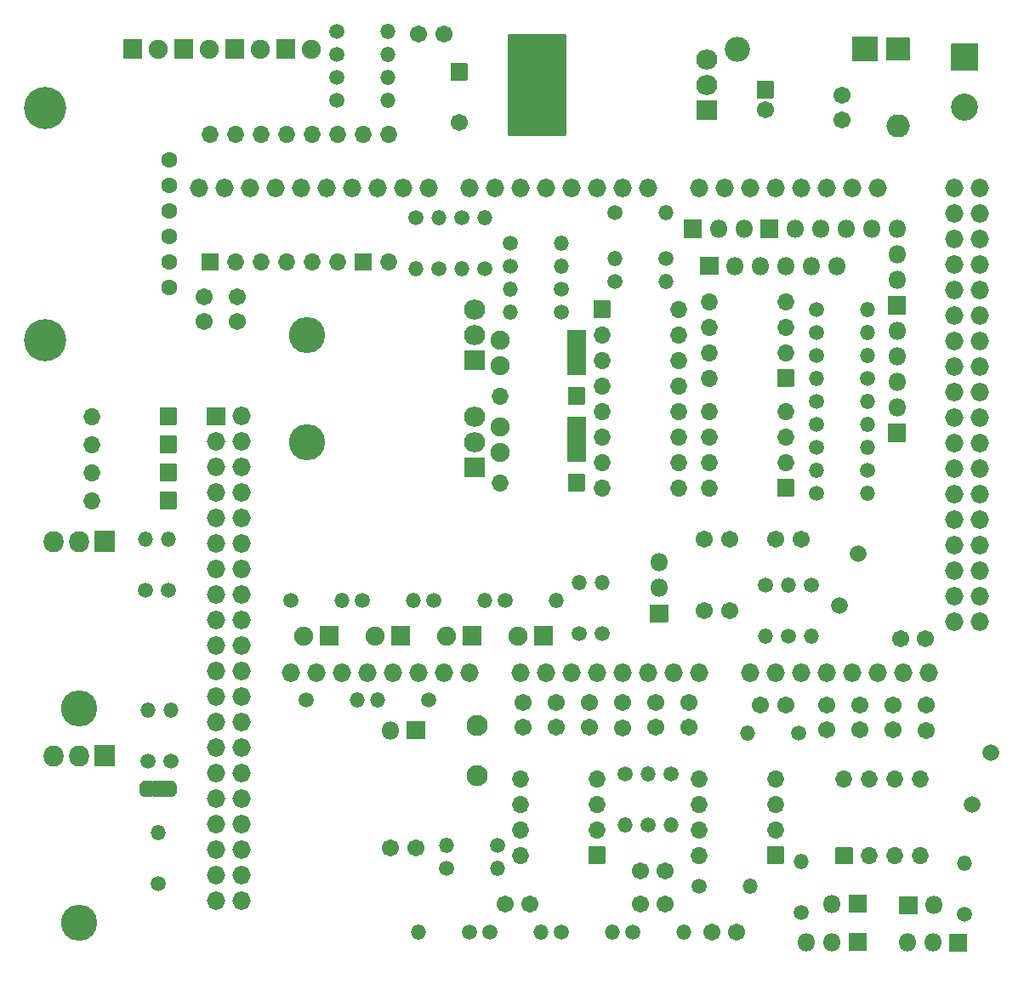
<source format=gts>
G04 #@! TF.GenerationSoftware,KiCad,Pcbnew,(5.1.9-0-10_14)*
G04 #@! TF.CreationDate,2021-05-13T22:30:55+10:00*
G04 #@! TF.ProjectId,v0.4.3d,76302e34-2e33-4642-9e6b-696361645f70,4d*
G04 #@! TF.SameCoordinates,Original*
G04 #@! TF.FileFunction,Soldermask,Top*
G04 #@! TF.FilePolarity,Negative*
%FSLAX46Y46*%
G04 Gerber Fmt 4.6, Leading zero omitted, Abs format (unit mm)*
G04 Created by KiCad (PCBNEW (5.1.9-0-10_14)) date 2021-05-13 22:30:55*
%MOMM*%
%LPD*%
G01*
G04 APERTURE LIST*
%ADD10O,2.007000X2.102000*%
%ADD11O,3.602000X3.602000*%
%ADD12O,1.802000X1.802000*%
%ADD13C,1.602000*%
%ADD14C,4.202000*%
%ADD15O,1.829200X1.829200*%
%ADD16O,1.702000X1.702000*%
%ADD17C,2.702000*%
%ADD18C,0.100000*%
%ADD19C,1.702000*%
%ADD20O,2.302000X2.302000*%
%ADD21O,2.502000X2.502000*%
%ADD22C,1.662000*%
%ADD23O,1.502000X1.502000*%
%ADD24C,1.502000*%
%ADD25C,1.902000*%
%ADD26O,2.102000X2.007000*%
%ADD27C,2.102000*%
%ADD28O,1.902000X1.902000*%
%ADD29C,0.254000*%
G04 APERTURE END LIST*
D10*
X114300000Y-92202000D03*
X116840000Y-92202000D03*
G36*
G01*
X120383500Y-91202000D02*
X120383500Y-93202000D01*
G75*
G02*
X120332500Y-93253000I-51000J0D01*
G01*
X118427500Y-93253000D01*
G75*
G02*
X118376500Y-93202000I0J51000D01*
G01*
X118376500Y-91202000D01*
G75*
G02*
X118427500Y-91151000I51000J0D01*
G01*
X120332500Y-91151000D01*
G75*
G02*
X120383500Y-91202000I0J-51000D01*
G01*
G37*
D11*
X116840000Y-108862000D03*
D12*
X183015000Y-61080000D03*
X180475000Y-61080000D03*
G36*
G01*
X178785000Y-61981000D02*
X177085000Y-61981000D01*
G75*
G02*
X177034000Y-61930000I0J51000D01*
G01*
X177034000Y-60230000D01*
G75*
G02*
X177085000Y-60179000I51000J0D01*
G01*
X178785000Y-60179000D01*
G75*
G02*
X178836000Y-60230000I0J-51000D01*
G01*
X178836000Y-61930000D01*
G75*
G02*
X178785000Y-61981000I-51000J0D01*
G01*
G37*
X192278000Y-64770000D03*
X189738000Y-64770000D03*
X187198000Y-64770000D03*
X184658000Y-64770000D03*
X182118000Y-64770000D03*
G36*
G01*
X180428000Y-65671000D02*
X178728000Y-65671000D01*
G75*
G02*
X178677000Y-65620000I0J51000D01*
G01*
X178677000Y-63920000D01*
G75*
G02*
X178728000Y-63869000I51000J0D01*
G01*
X180428000Y-63869000D01*
G75*
G02*
X180479000Y-63920000I0J-51000D01*
G01*
X180479000Y-65620000D01*
G75*
G02*
X180428000Y-65671000I-51000J0D01*
G01*
G37*
X191814000Y-128270000D03*
G36*
G01*
X193504000Y-127369000D02*
X195204000Y-127369000D01*
G75*
G02*
X195255000Y-127420000I0J-51000D01*
G01*
X195255000Y-129120000D01*
G75*
G02*
X195204000Y-129171000I-51000J0D01*
G01*
X193504000Y-129171000D01*
G75*
G02*
X193453000Y-129120000I0J51000D01*
G01*
X193453000Y-127420000D01*
G75*
G02*
X193504000Y-127369000I51000J0D01*
G01*
G37*
X201930000Y-128432000D03*
G36*
G01*
X200240000Y-129333000D02*
X198540000Y-129333000D01*
G75*
G02*
X198489000Y-129282000I0J51000D01*
G01*
X198489000Y-127582000D01*
G75*
G02*
X198540000Y-127531000I51000J0D01*
G01*
X200240000Y-127531000D01*
G75*
G02*
X200291000Y-127582000I0J-51000D01*
G01*
X200291000Y-129282000D01*
G75*
G02*
X200240000Y-129333000I-51000J0D01*
G01*
G37*
X189274000Y-132080000D03*
X191814000Y-132080000D03*
G36*
G01*
X193504000Y-131179000D02*
X195204000Y-131179000D01*
G75*
G02*
X195255000Y-131230000I0J-51000D01*
G01*
X195255000Y-132930000D01*
G75*
G02*
X195204000Y-132981000I-51000J0D01*
G01*
X193504000Y-132981000D01*
G75*
G02*
X193453000Y-132930000I0J51000D01*
G01*
X193453000Y-131230000D01*
G75*
G02*
X193504000Y-131179000I51000J0D01*
G01*
G37*
X199274000Y-132132000D03*
X201814000Y-132132000D03*
G36*
G01*
X203504000Y-131231000D02*
X205204000Y-131231000D01*
G75*
G02*
X205255000Y-131282000I0J-51000D01*
G01*
X205255000Y-132982000D01*
G75*
G02*
X205204000Y-133033000I-51000J0D01*
G01*
X203504000Y-133033000D01*
G75*
G02*
X203453000Y-132982000I0J51000D01*
G01*
X203453000Y-131282000D01*
G75*
G02*
X203504000Y-131231000I51000J0D01*
G01*
G37*
X174582000Y-94298000D03*
X174582000Y-96838000D03*
G36*
G01*
X175483000Y-98528000D02*
X175483000Y-100228000D01*
G75*
G02*
X175432000Y-100279000I-51000J0D01*
G01*
X173732000Y-100279000D01*
G75*
G02*
X173681000Y-100228000I0J51000D01*
G01*
X173681000Y-98528000D01*
G75*
G02*
X173732000Y-98477000I51000J0D01*
G01*
X175432000Y-98477000D01*
G75*
G02*
X175483000Y-98528000I0J-51000D01*
G01*
G37*
D13*
X125820000Y-66922000D03*
X125820000Y-64382000D03*
X125820000Y-61842000D03*
X125820000Y-59302000D03*
X125820000Y-56762000D03*
X125820000Y-54222000D03*
D14*
X113500000Y-49022000D03*
X113500000Y-72172000D03*
D15*
X160800000Y-105260000D03*
X155720000Y-105260000D03*
X153180000Y-105260000D03*
X150640000Y-105260000D03*
X148100000Y-105260000D03*
X145560000Y-105260000D03*
X143020000Y-105260000D03*
X140480000Y-105260000D03*
X196360000Y-57000000D03*
X193820000Y-57000000D03*
X191280000Y-57000000D03*
X188740000Y-57000000D03*
X186200000Y-57000000D03*
X183660000Y-57000000D03*
X181120000Y-57000000D03*
X178580000Y-57000000D03*
X173500000Y-57000000D03*
X170960000Y-57000000D03*
X168420000Y-57000000D03*
X165880000Y-57000000D03*
X163340000Y-57000000D03*
X160800000Y-57000000D03*
X158260000Y-57000000D03*
X155720000Y-57000000D03*
X136416000Y-57000000D03*
X151656000Y-57000000D03*
X149116000Y-57000000D03*
X146576000Y-57000000D03*
X128796000Y-57000000D03*
X131336000Y-57000000D03*
X133876000Y-57000000D03*
X138956000Y-57000000D03*
X141496000Y-57000000D03*
X144036000Y-57000000D03*
X137940000Y-105260000D03*
X163340000Y-105260000D03*
X165880000Y-105260000D03*
X168420000Y-105260000D03*
X170960000Y-105260000D03*
X173500000Y-105260000D03*
X176040000Y-105260000D03*
X178580000Y-105260000D03*
X183660000Y-105260000D03*
X186200000Y-105260000D03*
X188740000Y-105260000D03*
X191280000Y-105260000D03*
X193820000Y-105260000D03*
X196360000Y-105260000D03*
X198900000Y-105260000D03*
X201440000Y-105260000D03*
X203980000Y-57000000D03*
X206520000Y-57000000D03*
X203980000Y-59540000D03*
X206520000Y-59540000D03*
X203980000Y-62080000D03*
X206520000Y-62080000D03*
X203980000Y-64620000D03*
X206520000Y-64620000D03*
X203980000Y-67160000D03*
X206520000Y-67160000D03*
X203980000Y-69700000D03*
X206520000Y-69700000D03*
X203980000Y-72240000D03*
X206520000Y-72240000D03*
X203980000Y-74780000D03*
X206520000Y-74780000D03*
X203980000Y-77320000D03*
X206520000Y-77320000D03*
X203980000Y-79860000D03*
X206520000Y-79860000D03*
X203980000Y-82400000D03*
X206520000Y-82400000D03*
X203980000Y-84940000D03*
X206520000Y-84940000D03*
X203980000Y-87480000D03*
X206520000Y-87480000D03*
X203980000Y-90020000D03*
X206520000Y-90020000D03*
X203980000Y-92560000D03*
X206520000Y-92560000D03*
X203980000Y-95100000D03*
X206520000Y-95100000D03*
X203980000Y-97640000D03*
X206520000Y-97640000D03*
X203980000Y-100180000D03*
X206520000Y-100180000D03*
G36*
G01*
X129585400Y-80603600D02*
X129585400Y-78876400D01*
G75*
G02*
X129636400Y-78825400I51000J0D01*
G01*
X131363600Y-78825400D01*
G75*
G02*
X131414600Y-78876400I0J-51000D01*
G01*
X131414600Y-80603600D01*
G75*
G02*
X131363600Y-80654600I-51000J0D01*
G01*
X129636400Y-80654600D01*
G75*
G02*
X129585400Y-80603600I0J51000D01*
G01*
G37*
X133040000Y-79740000D03*
X130500000Y-82280000D03*
X133040000Y-82280000D03*
X130500000Y-84820000D03*
X133040000Y-84820000D03*
X130500000Y-87360000D03*
X133040000Y-87360000D03*
X130500000Y-89900000D03*
X133040000Y-89900000D03*
X130500000Y-92440000D03*
X133040000Y-92440000D03*
X130500000Y-94980000D03*
X133040000Y-94980000D03*
X130500000Y-97520000D03*
X133040000Y-97520000D03*
X130500000Y-100060000D03*
X133040000Y-100060000D03*
X130500000Y-102600000D03*
X133040000Y-102600000D03*
X130500000Y-105140000D03*
X133040000Y-105140000D03*
X130500000Y-107680000D03*
X133040000Y-107680000D03*
X130500000Y-110220000D03*
X133040000Y-110220000D03*
X130500000Y-112760000D03*
X133040000Y-112760000D03*
X130500000Y-115300000D03*
X133040000Y-115300000D03*
X130500000Y-117840000D03*
X133040000Y-117840000D03*
X130500000Y-120380000D03*
X133040000Y-120380000D03*
X130500000Y-122920000D03*
X133040000Y-122920000D03*
X130500000Y-125460000D03*
X133040000Y-125460000D03*
X130500000Y-128000000D03*
X133040000Y-128000000D03*
G36*
G01*
X130700000Y-65251000D02*
X129100000Y-65251000D01*
G75*
G02*
X129049000Y-65200000I0J51000D01*
G01*
X129049000Y-63600000D01*
G75*
G02*
X129100000Y-63549000I51000J0D01*
G01*
X130700000Y-63549000D01*
G75*
G02*
X130751000Y-63600000I0J-51000D01*
G01*
X130751000Y-65200000D01*
G75*
G02*
X130700000Y-65251000I-51000J0D01*
G01*
G37*
D16*
X147680000Y-51700000D03*
X132440000Y-64400000D03*
X145140000Y-51700000D03*
X134980000Y-64400000D03*
X142600000Y-51700000D03*
X137520000Y-64400000D03*
X140060000Y-51700000D03*
X140060000Y-64400000D03*
X137520000Y-51700000D03*
X142600000Y-64400000D03*
X134980000Y-51700000D03*
G36*
G01*
X145940000Y-65251000D02*
X144340000Y-65251000D01*
G75*
G02*
X144289000Y-65200000I0J51000D01*
G01*
X144289000Y-63600000D01*
G75*
G02*
X144340000Y-63549000I51000J0D01*
G01*
X145940000Y-63549000D01*
G75*
G02*
X145991000Y-63600000I0J-51000D01*
G01*
X145991000Y-65200000D01*
G75*
G02*
X145940000Y-65251000I-51000J0D01*
G01*
G37*
X132440000Y-51700000D03*
X147680000Y-64400000D03*
X129900000Y-51700000D03*
G36*
G01*
X193800000Y-124351000D02*
X192200000Y-124351000D01*
G75*
G02*
X192149000Y-124300000I0J51000D01*
G01*
X192149000Y-122700000D01*
G75*
G02*
X192200000Y-122649000I51000J0D01*
G01*
X193800000Y-122649000D01*
G75*
G02*
X193851000Y-122700000I0J-51000D01*
G01*
X193851000Y-124300000D01*
G75*
G02*
X193800000Y-124351000I-51000J0D01*
G01*
G37*
X200620000Y-115880000D03*
X195540000Y-123500000D03*
X198080000Y-115880000D03*
X198080000Y-123500000D03*
X195540000Y-115880000D03*
X200620000Y-123500000D03*
X193000000Y-115880000D03*
D17*
X205000000Y-49000000D03*
G36*
G01*
X206300000Y-45351000D02*
X203700000Y-45351000D01*
G75*
G02*
X203649000Y-45300000I0J51000D01*
G01*
X203649000Y-42700000D01*
G75*
G02*
X203700000Y-42649000I51000J0D01*
G01*
X206300000Y-42649000D01*
G75*
G02*
X206351000Y-42700000I0J-51000D01*
G01*
X206351000Y-45300000D01*
G75*
G02*
X206300000Y-45351000I-51000J0D01*
G01*
G37*
G36*
G01*
X199156000Y-67850000D02*
X199156000Y-69550000D01*
G75*
G02*
X199105000Y-69601000I-51000J0D01*
G01*
X197405000Y-69601000D01*
G75*
G02*
X197354000Y-69550000I0J51000D01*
G01*
X197354000Y-67850000D01*
G75*
G02*
X197405000Y-67799000I51000J0D01*
G01*
X199105000Y-67799000D01*
G75*
G02*
X199156000Y-67850000I0J-51000D01*
G01*
G37*
D12*
X198255000Y-66160000D03*
X198255000Y-63620000D03*
X198255000Y-61080000D03*
G36*
G01*
X199156000Y-80550000D02*
X199156000Y-82250000D01*
G75*
G02*
X199105000Y-82301000I-51000J0D01*
G01*
X197405000Y-82301000D01*
G75*
G02*
X197354000Y-82250000I0J51000D01*
G01*
X197354000Y-80550000D01*
G75*
G02*
X197405000Y-80499000I51000J0D01*
G01*
X199105000Y-80499000D01*
G75*
G02*
X199156000Y-80550000I0J-51000D01*
G01*
G37*
X198255000Y-78860000D03*
X198255000Y-76320000D03*
X198255000Y-73780000D03*
X198255000Y-71240000D03*
X195715000Y-61080000D03*
X193175000Y-61080000D03*
X190635000Y-61080000D03*
X188095000Y-61080000D03*
G36*
G01*
X186405000Y-61981000D02*
X184705000Y-61981000D01*
G75*
G02*
X184654000Y-61930000I0J51000D01*
G01*
X184654000Y-60230000D01*
G75*
G02*
X184705000Y-60179000I51000J0D01*
G01*
X186405000Y-60179000D01*
G75*
G02*
X186456000Y-60230000I0J-51000D01*
G01*
X186456000Y-61930000D01*
G75*
G02*
X186405000Y-61981000I-51000J0D01*
G01*
G37*
D18*
G36*
X123407888Y-117640398D02*
G01*
X123389466Y-117640398D01*
X123384467Y-117640152D01*
X123335636Y-117635342D01*
X123330686Y-117634608D01*
X123282561Y-117625036D01*
X123277705Y-117623820D01*
X123230750Y-117609576D01*
X123226039Y-117607890D01*
X123180706Y-117589113D01*
X123176180Y-117586973D01*
X123132907Y-117563842D01*
X123128616Y-117561269D01*
X123087817Y-117534009D01*
X123083796Y-117531027D01*
X123045867Y-117499899D01*
X123042159Y-117496538D01*
X123007462Y-117461841D01*
X123004101Y-117458133D01*
X122972973Y-117420204D01*
X122969991Y-117416183D01*
X122942731Y-117375384D01*
X122940158Y-117371093D01*
X122917027Y-117327820D01*
X122914887Y-117323294D01*
X122896110Y-117277961D01*
X122894424Y-117273250D01*
X122880180Y-117226295D01*
X122878964Y-117221439D01*
X122869392Y-117173314D01*
X122868658Y-117168364D01*
X122863848Y-117119533D01*
X122863602Y-117114534D01*
X122863602Y-117096112D01*
X122863000Y-117090000D01*
X122863000Y-116590000D01*
X122863602Y-116583888D01*
X122863602Y-116565466D01*
X122863848Y-116560467D01*
X122868658Y-116511636D01*
X122869392Y-116506686D01*
X122878964Y-116458561D01*
X122880180Y-116453705D01*
X122894424Y-116406750D01*
X122896110Y-116402039D01*
X122914887Y-116356706D01*
X122917027Y-116352180D01*
X122940158Y-116308907D01*
X122942731Y-116304616D01*
X122969991Y-116263817D01*
X122972973Y-116259796D01*
X123004101Y-116221867D01*
X123007462Y-116218159D01*
X123042159Y-116183462D01*
X123045867Y-116180101D01*
X123083796Y-116148973D01*
X123087817Y-116145991D01*
X123128616Y-116118731D01*
X123132907Y-116116158D01*
X123176180Y-116093027D01*
X123180706Y-116090887D01*
X123226039Y-116072110D01*
X123230750Y-116070424D01*
X123277705Y-116056180D01*
X123282561Y-116054964D01*
X123330686Y-116045392D01*
X123335636Y-116044658D01*
X123384467Y-116039848D01*
X123389466Y-116039602D01*
X123407888Y-116039602D01*
X123414000Y-116039000D01*
X123964000Y-116039000D01*
X123973950Y-116039980D01*
X123983517Y-116042882D01*
X123992334Y-116047595D01*
X124000062Y-116053938D01*
X124006405Y-116061666D01*
X124011118Y-116070483D01*
X124014020Y-116080050D01*
X124015000Y-116090000D01*
X124015000Y-117590000D01*
X124014020Y-117599950D01*
X124011118Y-117609517D01*
X124006405Y-117618334D01*
X124000062Y-117626062D01*
X123992334Y-117632405D01*
X123983517Y-117637118D01*
X123973950Y-117640020D01*
X123964000Y-117641000D01*
X123414000Y-117641000D01*
X123407888Y-117640398D01*
G37*
G36*
G01*
X125265000Y-116090000D02*
X125265000Y-117590000D01*
G75*
G02*
X125214000Y-117641000I-51000J0D01*
G01*
X124214000Y-117641000D01*
G75*
G02*
X124163000Y-117590000I0J51000D01*
G01*
X124163000Y-116090000D01*
G75*
G02*
X124214000Y-116039000I51000J0D01*
G01*
X125214000Y-116039000D01*
G75*
G02*
X125265000Y-116090000I0J-51000D01*
G01*
G37*
G36*
X125454050Y-117640020D02*
G01*
X125444483Y-117637118D01*
X125435666Y-117632405D01*
X125427938Y-117626062D01*
X125421595Y-117618334D01*
X125416882Y-117609517D01*
X125413980Y-117599950D01*
X125413000Y-117590000D01*
X125413000Y-116090000D01*
X125413980Y-116080050D01*
X125416882Y-116070483D01*
X125421595Y-116061666D01*
X125427938Y-116053938D01*
X125435666Y-116047595D01*
X125444483Y-116042882D01*
X125454050Y-116039980D01*
X125464000Y-116039000D01*
X126014000Y-116039000D01*
X126020112Y-116039602D01*
X126038534Y-116039602D01*
X126043533Y-116039848D01*
X126092364Y-116044658D01*
X126097314Y-116045392D01*
X126145439Y-116054964D01*
X126150295Y-116056180D01*
X126197250Y-116070424D01*
X126201961Y-116072110D01*
X126247294Y-116090887D01*
X126251820Y-116093027D01*
X126295093Y-116116158D01*
X126299384Y-116118731D01*
X126340183Y-116145991D01*
X126344204Y-116148973D01*
X126382133Y-116180101D01*
X126385841Y-116183462D01*
X126420538Y-116218159D01*
X126423899Y-116221867D01*
X126455027Y-116259796D01*
X126458009Y-116263817D01*
X126485269Y-116304616D01*
X126487842Y-116308907D01*
X126510973Y-116352180D01*
X126513113Y-116356706D01*
X126531890Y-116402039D01*
X126533576Y-116406750D01*
X126547820Y-116453705D01*
X126549036Y-116458561D01*
X126558608Y-116506686D01*
X126559342Y-116511636D01*
X126564152Y-116560467D01*
X126564398Y-116565466D01*
X126564398Y-116583888D01*
X126565000Y-116590000D01*
X126565000Y-117090000D01*
X126564398Y-117096112D01*
X126564398Y-117114534D01*
X126564152Y-117119533D01*
X126559342Y-117168364D01*
X126558608Y-117173314D01*
X126549036Y-117221439D01*
X126547820Y-117226295D01*
X126533576Y-117273250D01*
X126531890Y-117277961D01*
X126513113Y-117323294D01*
X126510973Y-117327820D01*
X126487842Y-117371093D01*
X126485269Y-117375384D01*
X126458009Y-117416183D01*
X126455027Y-117420204D01*
X126423899Y-117458133D01*
X126420538Y-117461841D01*
X126385841Y-117496538D01*
X126382133Y-117499899D01*
X126344204Y-117531027D01*
X126340183Y-117534009D01*
X126299384Y-117561269D01*
X126295093Y-117563842D01*
X126251820Y-117586973D01*
X126247294Y-117589113D01*
X126201961Y-117607890D01*
X126197250Y-117609576D01*
X126150295Y-117623820D01*
X126145439Y-117625036D01*
X126097314Y-117634608D01*
X126092364Y-117635342D01*
X126043533Y-117640152D01*
X126038534Y-117640398D01*
X126020112Y-117640398D01*
X126014000Y-117641000D01*
X125464000Y-117641000D01*
X125454050Y-117640020D01*
G37*
G36*
G01*
X153886000Y-44615000D02*
X155486000Y-44615000D01*
G75*
G02*
X155537000Y-44666000I0J-51000D01*
G01*
X155537000Y-46266000D01*
G75*
G02*
X155486000Y-46317000I-51000J0D01*
G01*
X153886000Y-46317000D01*
G75*
G02*
X153835000Y-46266000I0J51000D01*
G01*
X153835000Y-44666000D01*
G75*
G02*
X153886000Y-44615000I51000J0D01*
G01*
G37*
D19*
X154686000Y-50466000D03*
G36*
G01*
X126581000Y-78956000D02*
X126581000Y-80556000D01*
G75*
G02*
X126530000Y-80607000I-51000J0D01*
G01*
X124930000Y-80607000D01*
G75*
G02*
X124879000Y-80556000I0J51000D01*
G01*
X124879000Y-78956000D01*
G75*
G02*
X124930000Y-78905000I51000J0D01*
G01*
X126530000Y-78905000D01*
G75*
G02*
X126581000Y-78956000I0J-51000D01*
G01*
G37*
D16*
X118110000Y-79756000D03*
X118110000Y-88138000D03*
G36*
G01*
X126581000Y-87338000D02*
X126581000Y-88938000D01*
G75*
G02*
X126530000Y-88989000I-51000J0D01*
G01*
X124930000Y-88989000D01*
G75*
G02*
X124879000Y-88938000I0J51000D01*
G01*
X124879000Y-87338000D01*
G75*
G02*
X124930000Y-87287000I51000J0D01*
G01*
X126530000Y-87287000D01*
G75*
G02*
X126581000Y-87338000I0J-51000D01*
G01*
G37*
X118110000Y-82550000D03*
G36*
G01*
X126581000Y-81750000D02*
X126581000Y-83350000D01*
G75*
G02*
X126530000Y-83401000I-51000J0D01*
G01*
X124930000Y-83401000D01*
G75*
G02*
X124879000Y-83350000I0J51000D01*
G01*
X124879000Y-81750000D01*
G75*
G02*
X124930000Y-81699000I51000J0D01*
G01*
X126530000Y-81699000D01*
G75*
G02*
X126581000Y-81750000I0J-51000D01*
G01*
G37*
G36*
G01*
X126581000Y-84544000D02*
X126581000Y-86144000D01*
G75*
G02*
X126530000Y-86195000I-51000J0D01*
G01*
X124930000Y-86195000D01*
G75*
G02*
X124879000Y-86144000I0J51000D01*
G01*
X124879000Y-84544000D01*
G75*
G02*
X124930000Y-84493000I51000J0D01*
G01*
X126530000Y-84493000D01*
G75*
G02*
X126581000Y-84544000I0J-51000D01*
G01*
G37*
X118110000Y-85344000D03*
G36*
G01*
X197274000Y-42029000D02*
X199474000Y-42029000D01*
G75*
G02*
X199525000Y-42080000I0J-51000D01*
G01*
X199525000Y-44280000D01*
G75*
G02*
X199474000Y-44331000I-51000J0D01*
G01*
X197274000Y-44331000D01*
G75*
G02*
X197223000Y-44280000I0J51000D01*
G01*
X197223000Y-42080000D01*
G75*
G02*
X197274000Y-42029000I51000J0D01*
G01*
G37*
D20*
X198374000Y-50800000D03*
G36*
G01*
X196323000Y-41980000D02*
X196323000Y-44380000D01*
G75*
G02*
X196272000Y-44431000I-51000J0D01*
G01*
X193872000Y-44431000D01*
G75*
G02*
X193821000Y-44380000I0J51000D01*
G01*
X193821000Y-41980000D01*
G75*
G02*
X193872000Y-41929000I51000J0D01*
G01*
X196272000Y-41929000D01*
G75*
G02*
X196323000Y-41980000I0J-51000D01*
G01*
G37*
D21*
X182372000Y-43180000D03*
D22*
X207640000Y-113264000D03*
X205740000Y-118364000D03*
X192532000Y-98552000D03*
X194432000Y-93452000D03*
D23*
X154940000Y-65024000D03*
D24*
X154940000Y-59944000D03*
X123698000Y-114046000D03*
D23*
X123698000Y-108966000D03*
X190246000Y-85090000D03*
D24*
X195326000Y-85090000D03*
X190246000Y-80518000D03*
D23*
X195326000Y-80518000D03*
D24*
X157226000Y-65024000D03*
D23*
X157226000Y-59944000D03*
D24*
X125984000Y-114046000D03*
D23*
X125984000Y-108966000D03*
X195326000Y-87376000D03*
D24*
X190246000Y-87376000D03*
X190246000Y-82804000D03*
D23*
X195326000Y-82804000D03*
X147574000Y-41402000D03*
D24*
X142494000Y-41402000D03*
D23*
X147574000Y-45974000D03*
D24*
X142494000Y-45974000D03*
X152146000Y-98044000D03*
D23*
X157226000Y-98044000D03*
D24*
X159258000Y-98044000D03*
D23*
X164338000Y-98044000D03*
D24*
X170180000Y-66294000D03*
D23*
X175260000Y-66294000D03*
D24*
X175260000Y-64008000D03*
D23*
X170180000Y-64008000D03*
X150368000Y-65024000D03*
D24*
X150368000Y-59944000D03*
X125730000Y-97028000D03*
D23*
X125730000Y-91948000D03*
X152654000Y-59944000D03*
D24*
X152654000Y-65024000D03*
X123444000Y-97028000D03*
D23*
X123444000Y-91948000D03*
X190246000Y-75946000D03*
D24*
X195326000Y-75946000D03*
X190246000Y-73660000D03*
D23*
X195326000Y-73660000D03*
X195326000Y-78232000D03*
D24*
X190246000Y-78232000D03*
X190246000Y-71374000D03*
D23*
X195326000Y-71374000D03*
X147574000Y-43688000D03*
D24*
X142494000Y-43688000D03*
D23*
X147574000Y-48260000D03*
D24*
X142494000Y-48260000D03*
X137922000Y-98044000D03*
D23*
X143002000Y-98044000D03*
D24*
X145034000Y-98044000D03*
D23*
X150114000Y-98044000D03*
D24*
X166624000Y-101346000D03*
D23*
X166624000Y-96266000D03*
X173482000Y-115316000D03*
D24*
X173482000Y-120396000D03*
D23*
X168910000Y-96266000D03*
D24*
X168910000Y-101346000D03*
X188468000Y-111252000D03*
D23*
X183388000Y-111252000D03*
X175768000Y-120396000D03*
D24*
X175768000Y-115316000D03*
D23*
X177038000Y-131064000D03*
D24*
X171958000Y-131064000D03*
X171196000Y-115316000D03*
D23*
X171196000Y-120396000D03*
X162814000Y-131064000D03*
D24*
X157734000Y-131064000D03*
X153416000Y-124714000D03*
D23*
X158496000Y-124714000D03*
D24*
X178562000Y-126492000D03*
D23*
X183642000Y-126492000D03*
X169926000Y-131064000D03*
D24*
X164846000Y-131064000D03*
D23*
X150622000Y-131064000D03*
D24*
X155702000Y-131064000D03*
X158496000Y-122428000D03*
D23*
X153416000Y-122428000D03*
X204978000Y-124206000D03*
D24*
X204978000Y-129286000D03*
D23*
X188722000Y-124106000D03*
D24*
X188722000Y-129186000D03*
X139446000Y-107950000D03*
D23*
X144526000Y-107950000D03*
D24*
X151638000Y-107950000D03*
D23*
X146558000Y-107950000D03*
X195326000Y-69088000D03*
D24*
X190246000Y-69088000D03*
D23*
X175260000Y-59436000D03*
D24*
X170180000Y-59436000D03*
X185166000Y-96520000D03*
D23*
X185166000Y-101600000D03*
D24*
X124714000Y-126238000D03*
D23*
X124714000Y-121158000D03*
X189738000Y-101600000D03*
D24*
X189738000Y-96520000D03*
D23*
X187470000Y-96520000D03*
D24*
X187470000Y-101600000D03*
D16*
X160782000Y-123444000D03*
X168402000Y-115824000D03*
X160782000Y-120904000D03*
X168402000Y-118364000D03*
X160782000Y-118364000D03*
X168402000Y-120904000D03*
X160782000Y-115824000D03*
G36*
G01*
X169253000Y-122644000D02*
X169253000Y-124244000D01*
G75*
G02*
X169202000Y-124295000I-51000J0D01*
G01*
X167602000Y-124295000D01*
G75*
G02*
X167551000Y-124244000I0J51000D01*
G01*
X167551000Y-122644000D01*
G75*
G02*
X167602000Y-122593000I51000J0D01*
G01*
X169202000Y-122593000D01*
G75*
G02*
X169253000Y-122644000I0J-51000D01*
G01*
G37*
G36*
G01*
X188049000Y-86068000D02*
X188049000Y-87668000D01*
G75*
G02*
X187998000Y-87719000I-51000J0D01*
G01*
X186398000Y-87719000D01*
G75*
G02*
X186347000Y-87668000I0J51000D01*
G01*
X186347000Y-86068000D01*
G75*
G02*
X186398000Y-86017000I51000J0D01*
G01*
X187998000Y-86017000D01*
G75*
G02*
X188049000Y-86068000I0J-51000D01*
G01*
G37*
X179578000Y-79248000D03*
X187198000Y-84328000D03*
X179578000Y-81788000D03*
X187198000Y-81788000D03*
X179578000Y-84328000D03*
X187198000Y-79248000D03*
X179578000Y-86868000D03*
G36*
G01*
X187033000Y-122644000D02*
X187033000Y-124244000D01*
G75*
G02*
X186982000Y-124295000I-51000J0D01*
G01*
X185382000Y-124295000D01*
G75*
G02*
X185331000Y-124244000I0J51000D01*
G01*
X185331000Y-122644000D01*
G75*
G02*
X185382000Y-122593000I51000J0D01*
G01*
X186982000Y-122593000D01*
G75*
G02*
X187033000Y-122644000I0J-51000D01*
G01*
G37*
X178562000Y-115824000D03*
X186182000Y-120904000D03*
X178562000Y-118364000D03*
X186182000Y-118364000D03*
X178562000Y-120904000D03*
X186182000Y-115824000D03*
X178562000Y-123444000D03*
X179578000Y-75946000D03*
X187198000Y-68326000D03*
X179578000Y-73406000D03*
X187198000Y-70866000D03*
X179578000Y-70866000D03*
X187198000Y-73406000D03*
X179578000Y-68326000D03*
G36*
G01*
X188049000Y-75146000D02*
X188049000Y-76746000D01*
G75*
G02*
X187998000Y-76797000I-51000J0D01*
G01*
X186398000Y-76797000D01*
G75*
G02*
X186347000Y-76746000I0J51000D01*
G01*
X186347000Y-75146000D01*
G75*
G02*
X186398000Y-75095000I51000J0D01*
G01*
X187998000Y-75095000D01*
G75*
G02*
X188049000Y-75146000I0J-51000D01*
G01*
G37*
G36*
G01*
X168059000Y-69888000D02*
X168059000Y-68288000D01*
G75*
G02*
X168110000Y-68237000I51000J0D01*
G01*
X169710000Y-68237000D01*
G75*
G02*
X169761000Y-68288000I0J-51000D01*
G01*
X169761000Y-69888000D01*
G75*
G02*
X169710000Y-69939000I-51000J0D01*
G01*
X168110000Y-69939000D01*
G75*
G02*
X168059000Y-69888000I0J51000D01*
G01*
G37*
X176530000Y-86868000D03*
X168910000Y-71628000D03*
X176530000Y-84328000D03*
X168910000Y-74168000D03*
X176530000Y-81788000D03*
X168910000Y-76708000D03*
X176530000Y-79248000D03*
X168910000Y-79248000D03*
X176530000Y-76708000D03*
X168910000Y-81788000D03*
X176530000Y-74168000D03*
X168910000Y-84328000D03*
X176530000Y-71628000D03*
X168910000Y-86868000D03*
X176530000Y-69088000D03*
G36*
G01*
X126303000Y-44080000D02*
X126303000Y-42280000D01*
G75*
G02*
X126354000Y-42229000I51000J0D01*
G01*
X128154000Y-42229000D01*
G75*
G02*
X128205000Y-42280000I0J-51000D01*
G01*
X128205000Y-44080000D01*
G75*
G02*
X128154000Y-44131000I-51000J0D01*
G01*
X126354000Y-44131000D01*
G75*
G02*
X126303000Y-44080000I0J51000D01*
G01*
G37*
D25*
X129794000Y-43180000D03*
G36*
G01*
X156907000Y-100700000D02*
X156907000Y-102500000D01*
G75*
G02*
X156856000Y-102551000I-51000J0D01*
G01*
X155056000Y-102551000D01*
G75*
G02*
X155005000Y-102500000I0J51000D01*
G01*
X155005000Y-100700000D01*
G75*
G02*
X155056000Y-100649000I51000J0D01*
G01*
X156856000Y-100649000D01*
G75*
G02*
X156907000Y-100700000I0J-51000D01*
G01*
G37*
X153416000Y-101600000D03*
X160528000Y-101600000D03*
G36*
G01*
X164019000Y-100700000D02*
X164019000Y-102500000D01*
G75*
G02*
X163968000Y-102551000I-51000J0D01*
G01*
X162168000Y-102551000D01*
G75*
G02*
X162117000Y-102500000I0J51000D01*
G01*
X162117000Y-100700000D01*
G75*
G02*
X162168000Y-100649000I51000J0D01*
G01*
X163968000Y-100649000D01*
G75*
G02*
X164019000Y-100700000I0J-51000D01*
G01*
G37*
X124714000Y-43180000D03*
G36*
G01*
X121223000Y-44080000D02*
X121223000Y-42280000D01*
G75*
G02*
X121274000Y-42229000I51000J0D01*
G01*
X123074000Y-42229000D01*
G75*
G02*
X123125000Y-42280000I0J-51000D01*
G01*
X123125000Y-44080000D01*
G75*
G02*
X123074000Y-44131000I-51000J0D01*
G01*
X121274000Y-44131000D01*
G75*
G02*
X121223000Y-44080000I0J51000D01*
G01*
G37*
G36*
G01*
X136463000Y-44080000D02*
X136463000Y-42280000D01*
G75*
G02*
X136514000Y-42229000I51000J0D01*
G01*
X138314000Y-42229000D01*
G75*
G02*
X138365000Y-42280000I0J-51000D01*
G01*
X138365000Y-44080000D01*
G75*
G02*
X138314000Y-44131000I-51000J0D01*
G01*
X136514000Y-44131000D01*
G75*
G02*
X136463000Y-44080000I0J51000D01*
G01*
G37*
X139954000Y-43180000D03*
G36*
G01*
X131383000Y-44080000D02*
X131383000Y-42280000D01*
G75*
G02*
X131434000Y-42229000I51000J0D01*
G01*
X133234000Y-42229000D01*
G75*
G02*
X133285000Y-42280000I0J-51000D01*
G01*
X133285000Y-44080000D01*
G75*
G02*
X133234000Y-44131000I-51000J0D01*
G01*
X131434000Y-44131000D01*
G75*
G02*
X131383000Y-44080000I0J51000D01*
G01*
G37*
X134874000Y-43180000D03*
X139192000Y-101600000D03*
G36*
G01*
X142683000Y-100700000D02*
X142683000Y-102500000D01*
G75*
G02*
X142632000Y-102551000I-51000J0D01*
G01*
X140832000Y-102551000D01*
G75*
G02*
X140781000Y-102500000I0J51000D01*
G01*
X140781000Y-100700000D01*
G75*
G02*
X140832000Y-100649000I51000J0D01*
G01*
X142632000Y-100649000D01*
G75*
G02*
X142683000Y-100700000I0J-51000D01*
G01*
G37*
G36*
G01*
X149795000Y-100700000D02*
X149795000Y-102500000D01*
G75*
G02*
X149744000Y-102551000I-51000J0D01*
G01*
X147944000Y-102551000D01*
G75*
G02*
X147893000Y-102500000I0J51000D01*
G01*
X147893000Y-100700000D01*
G75*
G02*
X147944000Y-100649000I51000J0D01*
G01*
X149744000Y-100649000D01*
G75*
G02*
X149795000Y-100700000I0J-51000D01*
G01*
G37*
X146304000Y-101600000D03*
D11*
X116840000Y-130198000D03*
G36*
G01*
X120383500Y-112538000D02*
X120383500Y-114538000D01*
G75*
G02*
X120332500Y-114589000I-51000J0D01*
G01*
X118427500Y-114589000D01*
G75*
G02*
X118376500Y-114538000I0J51000D01*
G01*
X118376500Y-112538000D01*
G75*
G02*
X118427500Y-112487000I51000J0D01*
G01*
X120332500Y-112487000D01*
G75*
G02*
X120383500Y-112538000I0J-51000D01*
G01*
G37*
D10*
X116840000Y-113538000D03*
X114300000Y-113538000D03*
D11*
X139550000Y-71628000D03*
G36*
G01*
X157210000Y-75171500D02*
X155210000Y-75171500D01*
G75*
G02*
X155159000Y-75120500I0J51000D01*
G01*
X155159000Y-73215500D01*
G75*
G02*
X155210000Y-73164500I51000J0D01*
G01*
X157210000Y-73164500D01*
G75*
G02*
X157261000Y-73215500I0J-51000D01*
G01*
X157261000Y-75120500D01*
G75*
G02*
X157210000Y-75171500I-51000J0D01*
G01*
G37*
D26*
X156210000Y-71628000D03*
X156210000Y-69088000D03*
X156210000Y-79756000D03*
X156210000Y-82296000D03*
G36*
G01*
X157210000Y-85839500D02*
X155210000Y-85839500D01*
G75*
G02*
X155159000Y-85788500I0J51000D01*
G01*
X155159000Y-83883500D01*
G75*
G02*
X155210000Y-83832500I51000J0D01*
G01*
X157210000Y-83832500D01*
G75*
G02*
X157261000Y-83883500I0J-51000D01*
G01*
X157261000Y-85788500D01*
G75*
G02*
X157210000Y-85839500I-51000J0D01*
G01*
G37*
D11*
X139550000Y-82296000D03*
D23*
X164846000Y-62484000D03*
D24*
X159766000Y-62484000D03*
D19*
X132588000Y-70318000D03*
X132588000Y-67818000D03*
X129286000Y-67818000D03*
X129286000Y-70318000D03*
X187198000Y-108458000D03*
X184698000Y-108458000D03*
X172720000Y-124968000D03*
X175220000Y-124968000D03*
X182332000Y-131064000D03*
X179832000Y-131064000D03*
X191262000Y-110958000D03*
X191262000Y-108458000D03*
X174244000Y-110704000D03*
X174244000Y-108204000D03*
X170942000Y-110744000D03*
X170942000Y-108244000D03*
X172720000Y-128270000D03*
X175220000Y-128270000D03*
X159258000Y-128270000D03*
X161758000Y-128270000D03*
X150368000Y-122682000D03*
X147868000Y-122682000D03*
X167640000Y-108204000D03*
X167640000Y-110704000D03*
X161036000Y-110704000D03*
X161036000Y-108204000D03*
X164338000Y-110704000D03*
X164338000Y-108204000D03*
X197866000Y-108458000D03*
X197866000Y-110958000D03*
X201168000Y-108498000D03*
X201168000Y-110998000D03*
X192786000Y-50252000D03*
X192786000Y-47752000D03*
X153162000Y-41656000D03*
X150662000Y-41656000D03*
X194564000Y-110958000D03*
X194564000Y-108458000D03*
X201128000Y-101854000D03*
X198628000Y-101854000D03*
X179110000Y-91948000D03*
X181610000Y-91948000D03*
X188722000Y-91948000D03*
X186222000Y-91948000D03*
X179110000Y-99060000D03*
X181610000Y-99060000D03*
X177546000Y-108204000D03*
X177546000Y-110704000D03*
G36*
G01*
X149518000Y-110097000D02*
X151218000Y-110097000D01*
G75*
G02*
X151269000Y-110148000I0J-51000D01*
G01*
X151269000Y-111848000D01*
G75*
G02*
X151218000Y-111899000I-51000J0D01*
G01*
X149518000Y-111899000D01*
G75*
G02*
X149467000Y-111848000I0J51000D01*
G01*
X149467000Y-110148000D01*
G75*
G02*
X149518000Y-110097000I51000J0D01*
G01*
G37*
D12*
X147828000Y-110998000D03*
D27*
X156464000Y-110490000D03*
X156464000Y-115490000D03*
D11*
X162664000Y-46736000D03*
G36*
G01*
X180324000Y-50279500D02*
X178324000Y-50279500D01*
G75*
G02*
X178273000Y-50228500I0J51000D01*
G01*
X178273000Y-48323500D01*
G75*
G02*
X178324000Y-48272500I51000J0D01*
G01*
X180324000Y-48272500D01*
G75*
G02*
X180375000Y-48323500I0J-51000D01*
G01*
X180375000Y-50228500D01*
G75*
G02*
X180324000Y-50279500I-51000J0D01*
G01*
G37*
D26*
X179324000Y-46736000D03*
X179324000Y-44196000D03*
G36*
G01*
X184366000Y-46393000D02*
X185966000Y-46393000D01*
G75*
G02*
X186017000Y-46444000I0J-51000D01*
G01*
X186017000Y-48044000D01*
G75*
G02*
X185966000Y-48095000I-51000J0D01*
G01*
X184366000Y-48095000D01*
G75*
G02*
X184315000Y-48044000I0J51000D01*
G01*
X184315000Y-46444000D01*
G75*
G02*
X184366000Y-46393000I51000J0D01*
G01*
G37*
D19*
X185166000Y-49244000D03*
D16*
X158750000Y-77724000D03*
G36*
G01*
X167221000Y-76924000D02*
X167221000Y-78524000D01*
G75*
G02*
X167170000Y-78575000I-51000J0D01*
G01*
X165570000Y-78575000D01*
G75*
G02*
X165519000Y-78524000I0J51000D01*
G01*
X165519000Y-76924000D01*
G75*
G02*
X165570000Y-76873000I51000J0D01*
G01*
X167170000Y-76873000D01*
G75*
G02*
X167221000Y-76924000I0J-51000D01*
G01*
G37*
G36*
G01*
X167221000Y-85560000D02*
X167221000Y-87160000D01*
G75*
G02*
X167170000Y-87211000I-51000J0D01*
G01*
X165570000Y-87211000D01*
G75*
G02*
X165519000Y-87160000I0J51000D01*
G01*
X165519000Y-85560000D01*
G75*
G02*
X165570000Y-85509000I51000J0D01*
G01*
X167170000Y-85509000D01*
G75*
G02*
X167221000Y-85560000I0J-51000D01*
G01*
G37*
X158750000Y-86360000D03*
D23*
X164846000Y-64770000D03*
D24*
X159766000Y-64770000D03*
X164846000Y-67056000D03*
D23*
X159766000Y-67056000D03*
D24*
X164846000Y-69342000D03*
D23*
X159766000Y-69342000D03*
G36*
G01*
X167321000Y-73776000D02*
X167321000Y-75576000D01*
G75*
G02*
X167270000Y-75627000I-51000J0D01*
G01*
X165470000Y-75627000D01*
G75*
G02*
X165419000Y-75576000I0J51000D01*
G01*
X165419000Y-73776000D01*
G75*
G02*
X165470000Y-73725000I51000J0D01*
G01*
X167270000Y-73725000D01*
G75*
G02*
X167321000Y-73776000I0J-51000D01*
G01*
G37*
D28*
X158750000Y-72136000D03*
G36*
G01*
X167321000Y-71236000D02*
X167321000Y-74036000D01*
G75*
G02*
X167270000Y-74087000I-51000J0D01*
G01*
X165470000Y-74087000D01*
G75*
G02*
X165419000Y-74036000I0J51000D01*
G01*
X165419000Y-71236000D01*
G75*
G02*
X165470000Y-71185000I51000J0D01*
G01*
X167270000Y-71185000D01*
G75*
G02*
X167321000Y-71236000I0J-51000D01*
G01*
G37*
X158750000Y-74676000D03*
G36*
G01*
X167321000Y-82412000D02*
X167321000Y-84212000D01*
G75*
G02*
X167270000Y-84263000I-51000J0D01*
G01*
X165470000Y-84263000D01*
G75*
G02*
X165419000Y-84212000I0J51000D01*
G01*
X165419000Y-82412000D01*
G75*
G02*
X165470000Y-82361000I51000J0D01*
G01*
X167270000Y-82361000D01*
G75*
G02*
X167321000Y-82412000I0J-51000D01*
G01*
G37*
X158750000Y-80772000D03*
G36*
G01*
X167321000Y-79872000D02*
X167321000Y-82672000D01*
G75*
G02*
X167270000Y-82723000I-51000J0D01*
G01*
X165470000Y-82723000D01*
G75*
G02*
X165419000Y-82672000I0J51000D01*
G01*
X165419000Y-79872000D01*
G75*
G02*
X165470000Y-79821000I51000J0D01*
G01*
X167270000Y-79821000D01*
G75*
G02*
X167321000Y-79872000I0J-51000D01*
G01*
G37*
X158750000Y-83312000D03*
D29*
X165227000Y-51689000D02*
X159639000Y-51689000D01*
X159639000Y-41783000D01*
X165227000Y-41783000D01*
X165227000Y-51689000D01*
D18*
G36*
X165227000Y-51689000D02*
G01*
X159639000Y-51689000D01*
X159639000Y-41783000D01*
X165227000Y-41783000D01*
X165227000Y-51689000D01*
G37*
G36*
X124164732Y-116038000D02*
G01*
X124165000Y-116039000D01*
X124165000Y-117641000D01*
X124164000Y-117642732D01*
X124163000Y-117643000D01*
X124099748Y-117643000D01*
X124098805Y-117642764D01*
X124085067Y-117635421D01*
X124061992Y-117628421D01*
X124038001Y-117626058D01*
X124014010Y-117628421D01*
X123990746Y-117635478D01*
X123988798Y-117635024D01*
X123988217Y-117633110D01*
X123989222Y-117631800D01*
X123991218Y-117630733D01*
X123998641Y-117624641D01*
X124004734Y-117617218D01*
X124009261Y-117608748D01*
X124012050Y-117599555D01*
X124013000Y-117589906D01*
X124013000Y-116090094D01*
X124012050Y-116080445D01*
X124009261Y-116071252D01*
X124004734Y-116062782D01*
X123998641Y-116055359D01*
X123991218Y-116049266D01*
X123985293Y-116046100D01*
X123984237Y-116044402D01*
X123985180Y-116042638D01*
X123986816Y-116042422D01*
X123988433Y-116042912D01*
X123988618Y-116042978D01*
X124002297Y-116048644D01*
X124025947Y-116053349D01*
X124050054Y-116053349D01*
X124073704Y-116048645D01*
X124095978Y-116039419D01*
X124099094Y-116037337D01*
X124100205Y-116037000D01*
X124163000Y-116037000D01*
X124164732Y-116038000D01*
G37*
G36*
X125329195Y-116037236D02*
G01*
X125342933Y-116044579D01*
X125366008Y-116051579D01*
X125389999Y-116053942D01*
X125413990Y-116051579D01*
X125437253Y-116044522D01*
X125439201Y-116044976D01*
X125439782Y-116046890D01*
X125438777Y-116048200D01*
X125436782Y-116049266D01*
X125429359Y-116055359D01*
X125423266Y-116062782D01*
X125418739Y-116071252D01*
X125415950Y-116080445D01*
X125415000Y-116090094D01*
X125415000Y-117589906D01*
X125415950Y-117599555D01*
X125418739Y-117608748D01*
X125423266Y-117617218D01*
X125429359Y-117624641D01*
X125436782Y-117630734D01*
X125442707Y-117633900D01*
X125443763Y-117635598D01*
X125442820Y-117637362D01*
X125441184Y-117637578D01*
X125439567Y-117637088D01*
X125439382Y-117637022D01*
X125425703Y-117631356D01*
X125402053Y-117626651D01*
X125377946Y-117626651D01*
X125354296Y-117631355D01*
X125332022Y-117640581D01*
X125328906Y-117642663D01*
X125327795Y-117643000D01*
X125265000Y-117643000D01*
X125263268Y-117642000D01*
X125263000Y-117641000D01*
X125263000Y-116039000D01*
X125264000Y-116037268D01*
X125265000Y-116037000D01*
X125328252Y-116037000D01*
X125329195Y-116037236D01*
G37*
M02*

</source>
